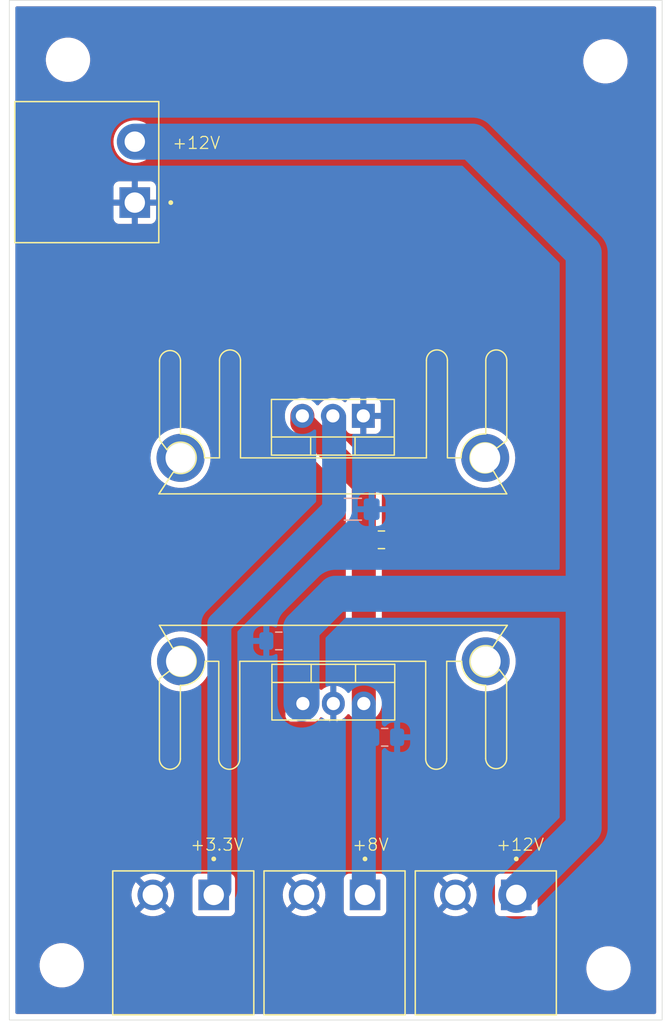
<source format=kicad_pcb>
(kicad_pcb (version 20240108) (generator "pcbnew") (generator_version "8.0")
  (layers (0 "F.Cu" signal) (31 "B.Cu" signal) (34 "B.Paste" user) (35 "F.Paste" user) (36 "B.SilkS" user "B.Silkscreen") (37 "F.SilkS" user "F.Silkscreen") (38 "B.Mask" user) (39 "F.Mask" user) (44 "Edge.Cuts" user))
  (net 0 "")
  (net 1 "+12V")
  (net 2 "GND")
  (net 3 "Net-(J6-Pin_1)")
  (net 4 "Net-(J7-Pin_1)")
  (footprint "Package_TO_SOT_THT:TO-220-3_Vertical" (layer "F.Cu") (at 250.95 84.65026)
    (property "Reference" "U2" (hide yes))
    (property "Value" "LM7808_TO220")
    (fp_line (start -2.58 -3.27) (end -2.58 1.371) (stroke (width 0.12)) (layer "F.SilkS"))
    (fp_line (start -2.58 -3.27) (end 7.66 -3.27) (stroke (width 0.12)) (layer "F.SilkS"))
    (fp_line (start -2.58 -1.76) (end 7.66 -1.76) (stroke (width 0.12)) (layer "F.SilkS"))
    (fp_line (start -2.58 1.371) (end 7.66 1.371) (stroke (width 0.12)) (layer "F.SilkS"))
    (fp_line (start 0.69 -3.27) (end 0.69 -1.76) (stroke (width 0.12)) (layer "F.SilkS"))
    (fp_line (start 4.391 -3.27) (end 4.391 -1.76) (stroke (width 0.12)) (layer "F.SilkS"))
    (fp_line (start 7.66 -3.27) (end 7.66 1.371) (stroke (width 0.12)) (layer "F.SilkS"))
    (pad "1" thru_hole rect (at 0 0) (size 1.905 2) (drill 1.1) (layers "*.Cu" "*.Mask") (net 1 "+12V"))
    (pad "2" thru_hole oval (at 2.54 0) (size 1.905 2) (drill 1.1) (layers "*.Cu" "*.Mask") (net 2 "GND"))
    (pad "3" thru_hole oval (at 5.08 0) (size 1.905 2) (drill 1.1) (layers "*.Cu" "*.Mask") (net 3 "Net-(J6-Pin_1)"))
  )
  (footprint "THE_PREAMP_CONN_POWER_5_08:TBP01R1-508-02BK" (layer "F.Cu") (at 256.13 100.6025 180)
    (property "Reference" "J6" (hide yes))
    (property "Value" "ESP32 power")
    (fp_line (start 8.42 2) (end -3.34 2) (stroke (width 0.127)) (layer "F.SilkS"))
    (fp_line (start 8.42 -10) (end 8.42 2) (stroke (width 0.127)) (layer "F.SilkS"))
    (fp_line (start -3.34 2) (end -3.34 -10) (stroke (width 0.127)) (layer "F.SilkS"))
    (fp_line (start -3.34 -10) (end 8.42 -10) (stroke (width 0.127)) (layer "F.SilkS"))
    (fp_circle (center 0 3) (end 0.1 3) (stroke (width 0.2)) (fill none) (layer "F.SilkS"))
    (pad "1" thru_hole rect (at 0 0 180) (size 2.55 2.55) (drill 1.7) (layers "*.Cu" "*.Mask") (net 3 "Net-(J6-Pin_1)"))
    (pad "2" thru_hole circle (at 5.08 0 180) (size 2.55 2.55) (drill 1.7) (layers "*.Cu" "*.Mask") (net 2 "GND"))
  )
  (footprint "Capacitor_SMD:C_0805_2012Metric_Pad1.18x1.45mm_HandSolder" (layer "F.Cu") (at 257.5 71)
    (property "Reference" "C6" (hide yes))
    (property "Value" "100nF")
    (fp_line (start -0.261252 -0.735) (end 0.261252 -0.735) (stroke (width 0.12)) (layer "F.SilkS"))
    (fp_line (start -0.261252 0.735) (end 0.261252 0.735) (stroke (width 0.12)) (layer "F.SilkS"))
    (pad "1" smd roundrect (at -1.0375 0) (size 1.175 1.45) (layers "F.Cu" "F.Paste" "F.Mask") (roundrect_rratio 0.212766) (net 3 "Net-(J6-Pin_1)"))
    (pad "2" smd roundrect (at 1.0375 0) (size 1.175 1.45) (layers "F.Cu" "F.Paste" "F.Mask") (roundrect_rratio 0.212766) (net 2 "GND"))
  )
  (footprint "ThePreAmp_PSU_Heatsinks:Heatsink_Fischer_SK145-STS_29x12mm_2xDrill2.5mm" (layer "F.Cu") (at 253.45 64.17)
    (property "Reference" "HS7" (hide yes))
    (property "Value" "Heatsink")
    (fp_line (start -14.5 3) (end -13.7 1.8) (stroke (width 0.12)) (layer "F.SilkS"))
    (fp_line (start -14.5 3) (end 14.5 3) (stroke (width 0.12)) (layer "F.SilkS"))
    (fp_line (start -14.45 -8.074396) (end -14.45 -1.65) (stroke (width 0.12)) (layer "F.SilkS"))
    (fp_line (start -14.45 -1.65) (end -14.45 -1.5) (stroke (width 0.12)) (layer "F.SilkS"))
    (fp_line (start -13.825 -0.675) (end -14.45 -1.5) (stroke (width 0.12)) (layer "F.SilkS"))
    (fp_line (start -13.286728 1.173456) (end -14.5 3) (stroke (width 0.12)) (layer "F.SilkS"))
    (fp_line (start -12.7 -2) (end -12.7 -8.099396) (stroke (width 0.12)) (layer "F.SilkS"))
    (fp_line (start -10.7 0) (end -9.45 0) (stroke (width 0.12)) (layer "F.SilkS"))
    (fp_line (start -9.45 -8.125) (end -9.45 0) (stroke (width 0.12)) (layer "F.SilkS"))
    (fp_line (start -7.7 -8.15) (end -7.7 0) (stroke (width 0.12)) (layer "F.SilkS"))
    (fp_line (start -7.7 0) (end 7.8 0) (stroke (width 0.12)) (layer "F.SilkS"))
    (fp_line (start 7.8 -8.125) (end 7.8 0) (stroke (width 0.12)) (layer "F.SilkS"))
    (fp_line (start 9.55 -0.05) (end 9.55 -8.15) (stroke (width 0.12)) (layer "F.SilkS"))
    (fp_line (start 9.55 0) (end 10.68803 0) (stroke (width 0.12)) (layer "F.SilkS"))
    (fp_line (start 12.75 -2) (end 12.75 -8.125) (stroke (width 0.12)) (layer "F.SilkS"))
    (fp_line (start 13.65 -0.8) (end 14.5 -1.45) (stroke (width 0.12)) (layer "F.SilkS"))
    (fp_line (start 14.5 -8.15) (end 14.5 -1.45) (stroke (width 0.12)) (layer "F.SilkS"))
    (fp_line (start 14.5 3) (end 13.354651 1.041343) (stroke (width 0.12)) (layer "F.SilkS"))
    (fp_arc (start -14.45 -8.074396) (mid -13.587327 -8.949835) (end -12.7 -8.099396) (stroke (width 0.12)) (layer "F.SilkS"))
    (fp_arc (start -13.825 -0.675) (mid -11.440357 -0.366809) (end -13.286728 1.173456) (stroke (width 0.12)) (layer "F.SilkS"))
    (fp_arc (start -12.7 -2) (mid -11.285786 -1.414214) (end -10.7 0) (stroke (width 0.12)) (layer "F.SilkS"))
    (fp_arc (start -9.45 -8.125) (mid -8.587327 -9.00044) (end -7.7 -8.15) (stroke (width 0.12)) (layer "F.SilkS"))
    (fp_arc (start 7.8 -8.125) (mid 8.662669 -9.000431) (end 9.55 -8.15) (stroke (width 0.12)) (layer "F.SilkS"))
    (fp_arc (start 10.68803 0) (mid 11.295837 -1.43629) (end 12.75 -2) (stroke (width 0.12)) (layer "F.SilkS"))
    (fp_arc (start 12.75 -8.125) (mid 13.612669 -9.000431) (end 14.5 -8.15) (stroke (width 0.12)) (layer "F.SilkS"))
    (fp_arc (start 13.362462 1.053562) (mid 11.4533 -0.191684) (end 13.65 -0.8) (stroke (width 0.12)) (layer "F.SilkS"))
    (pad "1" thru_hole circle (at -12.7 0 180) (size 4 4) (drill 2.5) (layers "*.Cu" "*.Mask"))
    (pad "1" thru_hole circle (at 12.7 0) (size 4 4) (drill 2.5) (layers "*.Cu" "*.Mask"))
  )
  (footprint "ThePreAmp_PSU_Heatsinks:Heatsink_Fischer_SK145-STS_29x12mm_2xDrill2.5mm" (layer "F.Cu") (at 253.49 81.13 180)
    (property "Reference" "HS6" (hide yes))
    (property "Value" "Heatsink")
    (fp_line (start 14.5 3) (end 13.354651 1.041343) (stroke (width 0.12)) (layer "F.SilkS"))
    (fp_line (start 14.5 -8.15) (end 14.5 -1.45) (stroke (width 0.12)) (layer "F.SilkS"))
    (fp_line (start 13.65 -0.8) (end 14.5 -1.45) (stroke (width 0.12)) (layer "F.SilkS"))
    (fp_line (start 12.75 -2) (end 12.75 -8.125) (stroke (width 0.12)) (layer "F.SilkS"))
    (fp_line (start 9.55 0) (end 10.68803 0) (stroke (width 0.12)) (layer "F.SilkS"))
    (fp_line (start 9.55 -0.05) (end 9.55 -8.15) (stroke (width 0.12)) (layer "F.SilkS"))
    (fp_line (start 7.8 -8.125) (end 7.8 0) (stroke (width 0.12)) (layer "F.SilkS"))
    (fp_line (start -7.7 0) (end 7.8 0) (stroke (width 0.12)) (layer "F.SilkS"))
    (fp_line (start -7.7 -8.15) (end -7.7 0) (stroke (width 0.12)) (layer "F.SilkS"))
    (fp_line (start -9.45 -8.125) (end -9.45 0) (stroke (width 0.12)) (layer "F.SilkS"))
    (fp_line (start -10.7 0) (end -9.45 0) (stroke (width 0.12)) (layer "F.SilkS"))
    (fp_line (start -12.7 -2) (end -12.7 -8.099396) (stroke (width 0.12)) (layer "F.SilkS"))
    (fp_line (start -13.286728 1.173456) (end -14.5 3) (stroke (width 0.12)) (layer "F.SilkS"))
    (fp_line (start -13.825 -0.675) (end -14.45 -1.5) (stroke (width 0.12)) (layer "F.SilkS"))
    (fp_line (start -14.45 -1.65) (end -14.45 -1.5) (stroke (width 0.12)) (layer "F.SilkS"))
    (fp_line (start -14.45 -8.074396) (end -14.45 -1.65) (stroke (width 0.12)) (layer "F.SilkS"))
    (fp_line (start -14.5 3) (end 14.5 3) (stroke (width 0.12)) (layer "F.SilkS"))
    (fp_line (start -14.5 3) (end -13.7 1.8) (stroke (width 0.12)) (layer "F.SilkS"))
    (fp_arc (start 13.362462 1.053562) (mid 11.4533 -0.191684) (end 13.65 -0.8) (stroke (width 0.12)) (layer "F.SilkS"))
    (fp_arc (start 12.75 -8.125) (mid 13.612669 -9.000431) (end 14.5 -8.15) (stroke (width 0.12)) (layer "F.SilkS"))
    (fp_arc (start 10.68803 0) (mid 11.295837 -1.43629) (end 12.75 -2) (stroke (width 0.12)) (layer "F.SilkS"))
    (fp_arc (start 7.8 -8.125) (mid 8.662669 -9.000431) (end 9.55 -8.15) (stroke (width 0.12)) (layer "F.SilkS"))
    (fp_arc (start -9.45 -8.125) (mid -8.587327 -9.00044) (end -7.7 -8.15) (stroke (width 0.12)) (layer "F.SilkS"))
    (fp_arc (start -12.7 -2) (mid -11.285786 -1.414214) (end -10.7 0) (stroke (width 0.12)) (layer "F.SilkS"))
    (fp_arc (start -13.825 -0.675) (mid -11.440357 -0.366809) (end -13.286728 1.173456) (stroke (width 0.12)) (layer "F.SilkS"))
    (fp_arc (start -14.45 -8.074396) (mid -13.587327 -8.949835) (end -12.7 -8.099396) (stroke (width 0.12)) (layer "F.SilkS"))
    (pad "1" thru_hole circle (at -12.7 0) (size 4 4) (drill 2.5) (layers "*.Cu" "*.Mask"))
    (pad "1" thru_hole circle (at 12.7 0 180) (size 4 4) (drill 2.5) (layers "*.Cu" "*.Mask"))
  )
  (footprint "Package_TO_SOT_THT:TO-220-3_Vertical" (layer "F.Cu") (at 255.99 60.67 180)
    (property "Reference" "U3" (hide yes))
    (property "Value" "LD1117V33")
    (fp_line (start 7.66 -3.27) (end 7.66 1.371) (stroke (width 0.12)) (layer "F.SilkS"))
    (fp_line (start 4.391 -3.27) (end 4.391 -1.76) (stroke (width 0.12)) (layer "F.SilkS"))
    (fp_line (start 0.69 -3.27) (end 0.69 -1.76) (stroke (width 0.12)) (layer "F.SilkS"))
    (fp_line (start -2.58 1.371) (end 7.66 1.371) (stroke (width 0.12)) (layer "F.SilkS"))
    (fp_line (start -2.58 -1.76) (end 7.66 -1.76) (stroke (width 0.12)) (layer "F.SilkS"))
    (fp_line (start -2.58 -3.27) (end 7.66 -3.27) (stroke (width 0.12)) (layer "F.SilkS"))
    (fp_line (start -2.58 -3.27) (end -2.58 1.371) (stroke (width 0.12)) (layer "F.SilkS"))
    (pad "1" thru_hole rect (at 0 0 180) (size 1.905 2) (drill 1.1) (layers "*.Cu" "*.Mask") (net 2 "GND"))
    (pad "2" thru_hole oval (at 2.54 0 180) (size 1.905 2) (drill 1.1) (layers "*.Cu" "*.Mask") (net 4 "Net-(J7-Pin_1)"))
    (pad "3" thru_hole oval (at 5.08 0 180) (size 1.905 2) (drill 1.1) (layers "*.Cu" "*.Mask") (net 3 "Net-(J6-Pin_1)"))
  )
  (footprint "MountingHole:MountingHole_3.2mm_M3_DIN965" (layer "F.Cu") (at 230.85 106.47)
    (property "Reference" "H10" (hide yes))
    (property "Value" "MountingHole")
    (pad "" np_thru_hole circle (at 0 0) (size 3.2 3.2) (drill 3.2) (layers "*.Cu" "*.Mask"))
  )
  (footprint "MountingHole:MountingHole_3.2mm_M3_DIN965" (layer "F.Cu") (at 276.43 106.73)
    (property "Reference" "H12" (hide yes))
    (property "Value" "MountingHole")
    (pad "" np_thru_hole circle (at 0 0) (size 3.2 3.2) (drill 3.2) (layers "*.Cu" "*.Mask"))
  )
  (footprint "THE_PREAMP_CONN_POWER_5_08:TBP01R1-508-02BK" (layer "F.Cu") (at 236.9375 42.89 90)
    (property "Reference" "J8" (hide yes))
    (property "Value" "DC in")
    (fp_line (start 8.42 -10) (end 8.42 2) (stroke (width 0.127)) (layer "F.SilkS"))
    (fp_line (start -3.34 -10) (end 8.42 -10) (stroke (width 0.127)) (layer "F.SilkS"))
    (fp_line (start 8.42 2) (end -3.34 2) (stroke (width 0.127)) (layer "F.SilkS"))
    (fp_line (start -3.34 2) (end -3.34 -10) (stroke (width 0.127)) (layer "F.SilkS"))
    (fp_circle (center 0 3) (end 0.1 3) (stroke (width 0.2)) (fill none) (layer "F.SilkS"))
    (pad "1" thru_hole rect (at 0 0 90) (size 2.55 2.55) (drill 1.7) (layers "*.Cu" "*.Mask") (net 2 "GND"))
    (pad "2" thru_hole circle (at 5.08 0 90) (size 2.55 2.55) (drill 1.7) (layers "*.Cu" "*.Mask") (net 1 "+12V"))
  )
  (footprint "MountingHole:MountingHole_3.2mm_M3_DIN965" (layer "F.Cu") (at 276.17 31.11)
    (property "Reference" "H11" (hide yes))
    (property "Value" "MountingHole")
    (pad "" np_thru_hole circle (at 0 0) (size 3.2 3.2) (drill 3.2) (layers "*.Cu" "*.Mask"))
  )
  (footprint "MountingHole:MountingHole_3.2mm_M3_DIN965" (layer "F.Cu") (at 231.37 30.98)
    (property "Reference" "H9" (hide yes))
    (property "Value" "MountingHole")
    (pad "" np_thru_hole circle (at 0 0) (size 3.2 3.2) (drill 3.2) (layers "*.Cu" "*.Mask"))
  )
  (footprint "THE_PREAMP_CONN_POWER_5_08:TBP01R1-508-02BK" (layer "F.Cu") (at 243.52 100.6025 180)
    (property "Reference" "J7" (hide yes))
    (property "Value" "Opt. 3V3 power")
    (fp_line (start 8.42 2) (end -3.34 2) (stroke (width 0.127)) (layer "F.SilkS"))
    (fp_line (start 8.42 -10) (end 8.42 2) (stroke (width 0.127)) (layer "F.SilkS"))
    (fp_line (start -3.34 2) (end -3.34 -10) (stroke (width 0.127)) (layer "F.SilkS"))
    (fp_line (start -3.34 -10) (end 8.42 -10) (stroke (width 0.127)) (layer "F.SilkS"))
    (fp_circle (center 0 3) (end 0.1 3) (stroke (width 0.2)) (fill none) (layer "F.SilkS"))
    (pad "1" thru_hole rect (at 0 0 180) (size 2.55 2.55) (drill 1.7) (layers "*.Cu" "*.Mask") (net 4 "Net-(J7-Pin_1)"))
    (pad "2" thru_hole circle (at 5.08 0 180) (size 2.55 2.55) (drill 1.7) (layers "*.Cu" "*.Mask") (net 2 "GND"))
  )
  (footprint "THE_PREAMP_CONN_POWER_5_08:TBP01R1-508-02BK" (layer "F.Cu") (at 268.74 100.6025 180)
    (property "Reference" "J9" (hide yes))
    (property "Value" "Relay power")
    (fp_line (start 8.42 2) (end -3.34 2) (stroke (width 0.127)) (layer "F.SilkS"))
    (fp_line (start 8.42 -10) (end 8.42 2) (stroke (width 0.127)) (layer "F.SilkS"))
    (fp_line (start -3.34 2) (end -3.34 -10) (stroke (width 0.127)) (layer "F.SilkS"))
    (fp_line (start -3.34 -10) (end 8.42 -10) (stroke (width 0.127)) (layer "F.SilkS"))
    (fp_circle (center 0 3) (end 0.1 3) (stroke (width 0.2)) (fill none) (layer "F.SilkS"))
    (pad "1" thru_hole rect (at 0 0 180) (size 2.55 2.55) (drill 1.7) (layers "*.Cu" "*.Mask") (net 1 "+12V"))
    (pad "2" thru_hole circle (at 5.08 0 180) (size 2.55 2.55) (drill 1.7) (layers "*.Cu" "*.Mask") (net 2 "GND"))
  )
  (footprint "Capacitor_SMD:C_0805_2012Metric_Pad1.18x1.45mm_HandSolder" (layer "B.Cu") (at 248.94 79.43 180)
    (property "Reference" "C5" (hide yes))
    (property "Value" "330nF")
    (fp_line (start 0.261252 0.735) (end -0.261252 0.735) (stroke (width 0.12)) (layer "B.SilkS"))
    (fp_line (start 0.261252 -0.735) (end -0.261252 -0.735) (stroke (width 0.12)) (layer "B.SilkS"))
    (pad "1" smd roundrect (at -1.0375 0 180) (size 1.175 1.45) (layers "B.Cu" "B.Paste" "B.Mask") (roundrect_rratio 0.212766) (net 1 "+12V"))
    (pad "2" smd roundrect (at 1.0375 0 180) (size 1.175 1.45) (layers "B.Cu" "B.Paste" "B.Mask") (roundrect_rratio 0.212766) (net 2 "GND"))
  )
  (footprint "Capacitor_SMD:C_0805_2012Metric_Pad1.18x1.45mm_HandSolder" (layer "B.Cu") (at 257.77 87.46)
    (property "Reference" "C7" (hide yes))
    (property "Value" "10nF")
    (fp_line (start 0.261252 -0.735) (end -0.261252 -0.735) (stroke (width 0.12)) (layer "B.SilkS"))
    (fp_line (start 0.261252 0.735) (end -0.261252 0.735) (stroke (width 0.12)) (layer "B.SilkS"))
    (pad "1" smd roundrect (at -1.0375 0) (size 1.175 1.45) (layers "B.Cu" "B.Paste" "B.Mask") (roundrect_rratio 0.212766) (net 3 "Net-(J6-Pin_1)"))
    (pad "2" smd roundrect (at 1.0375 0) (size 1.175 1.45) (layers "B.Cu" "B.Paste" "B.Mask") (roundrect_rratio 0.212766) (net 2 "GND"))
  )
  (footprint "Capacitor_SMD:C_1206_3216Metric_Pad1.33x1.80mm_HandSolder" (layer "B.Cu") (at 255.12 68.45)
    (property "Reference" "C8" (hide yes))
    (property "Value" "10uF 16V")
    (fp_line (start 0.711252 -0.91) (end -0.711252 -0.91) (stroke (width 0.12)) (layer "B.SilkS"))
    (fp_line (start 0.711252 0.91) (end -0.711252 0.91) (stroke (width 0.12)) (layer "B.SilkS"))
    (pad "1" smd roundrect (at -1.5625 0) (size 1.325 1.8) (layers "B.Cu" "B.Paste" "B.Mask") (roundrect_rratio 0.188679) (net 4 "Net-(J7-Pin_1)"))
    (pad "2" smd roundrect (at 1.5625 0) (size 1.325 1.8) (layers "B.Cu" "B.Paste" "B.Mask") (roundrect_rratio 0.188679) (net 2 "GND"))
  )
  (gr_rect (start 226.48 26.03) (end 280.9 111.03) (stroke (width 0.05)) (fill none) (layer "Edge.Cuts"))
  (gr_text "+8V" (at 255 97 0) (layer "F.SilkS") (effects (font (size 1 1) (thickness 0.1)) (justify left bottom)))
  (gr_text "+3.3V" (at 241.5 97 0) (layer "F.SilkS") (effects (font (size 1 1) (thickness 0.1)) (justify left bottom)))
  (gr_text "+12V" (at 267 97 0) (layer "F.SilkS") (effects (font (size 1 1) (thickness 0.1)) (justify left bottom)))
  (gr_text "+12V" (at 240 38.5 0) (layer "F.SilkS") (effects (font (size 1 1) (thickness 0.1)) (justify left bottom)))
  (segment (start 255.15 37.81) (end 265.08 37.81) (width 3) (layer "B.Cu") (net 1))
  (segment (start 265.08 37.81) (end 274.36 47.09) (width 3) (layer "B.Cu") (net 1))
  (segment (start 236.9375 37.81) (end 239.53 37.81) (width 3) (layer "B.Cu") (net 1))
  (segment (start 274.36 47.09) (end 274.36 75.5) (width 3) (layer "B.Cu") (net 1))
  (segment (start 239.53 37.81) (end 255.15 37.81) (width 3) (layer "B.Cu") (net 1))
  (segment (start 250.8375 84.65026) (end 250.8375 78.4175) (width 3) (layer "B.Cu") (net 1))
  (segment (start 250.7975 78.3775) (end 253.675 75.5) (width 3) (layer "B.Cu") (net 1))
  (segment (start 250.8375 78.4175) (end 250.7975 78.3775) (width 3) (layer "B.Cu") (net 1))
  (segment (start 253.675 75.5) (end 274.36 75.5) (width 3) (layer "B.Cu") (net 1))
  (segment (start 274.36 94.9825) (end 268.74 100.6025) (width 3) (layer "B.Cu") (net 1))
  (segment (start 274.36 75.5) (end 274.36 94.9825) (width 3) (layer "B.Cu") (net 1))
  (segment (start 256.03 84.65026) (end 256.03 66.341595) (width 2) (layer "F.Cu") (net 3))
  (segment (start 256.03 66.341595) (end 250.91 61.221595) (width 2) (layer "F.Cu") (net 3))
  (segment (start 250.91 61.221595) (end 250.91 60.67) (width 2) (layer "F.Cu") (net 3))
  (segment (start 256.03 84.65026) (end 256.03 100.5025) (width 2) (layer "B.Cu") (net 3))
  (segment (start 256.03 100.5025) (end 256.13 100.6025) (width 2) (layer "B.Cu") (net 3))
  (segment (start 253.5575 68.45) (end 243.99 78.0175) (width 2) (layer "B.Cu") (net 4))
  (segment (start 243.99 100.1325) (end 243.52 100.6025) (width 2) (layer "B.Cu") (net 4))
  (segment (start 253.5575 68.45) (end 253.5575 60.7775) (width 2) (layer "B.Cu") (net 4))
  (segment (start 253.5575 60.7775) (end 253.45 60.67) (width 2) (layer "B.Cu") (net 4))
  (segment (start 243.99 78.0175) (end 243.99 100.1325) (width 2) (layer "B.Cu") (net 4))
  (zone (net 2) (net_name "GND") (layers "F&B.Cu") (connect_pads (clearance 0.5)) (min_thickness 0.25) (fill yes (thermal_gap 0.5) (thermal_bridge_width 0.5))
    (polygon (pts (xy 226.48 26) (xy 280.9 26.04) (xy 280.89 111.03) (xy 226.49 111.03) (xy 226.48 26.04)))
  )
)
</source>
